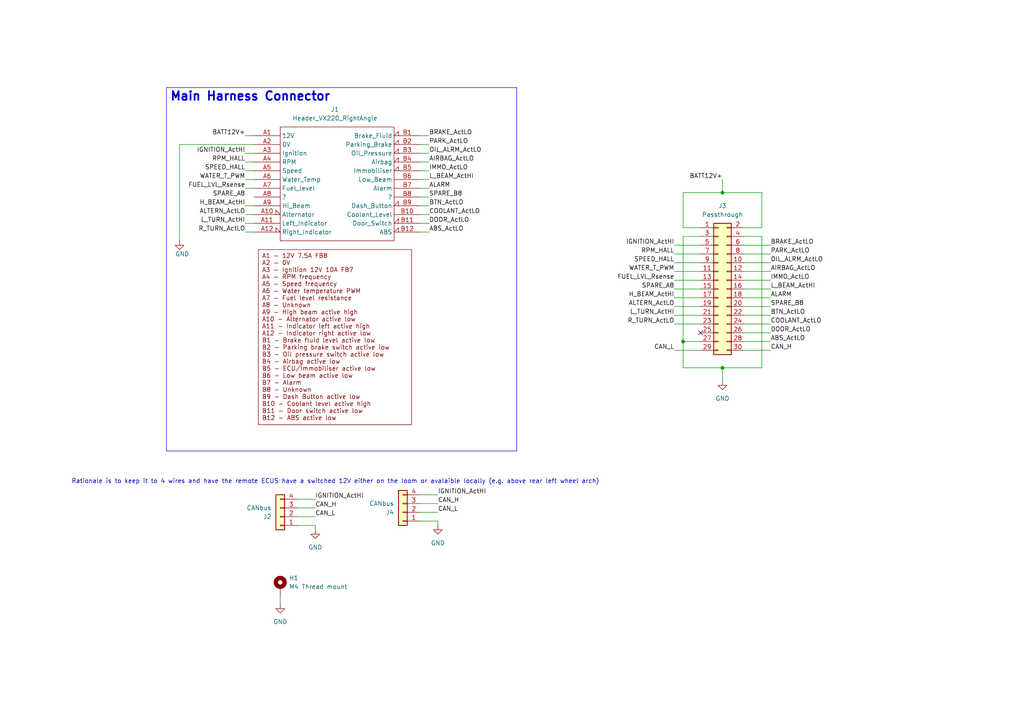
<source format=kicad_sch>
(kicad_sch (version 20250114) (generator "eeschema") (generator_version "9.0")
  (paper "A4")
  (title_block (title "VXDash Connectors") (date "2025-08-08") (rev "Proto A") (comment 1 "https://github.com/martinroger/VXDash"))
  (lib_symbols
    (symbol "Connector_Generic:Conn_01x04" (pin_names (offset 1.016) (hide yes))
      (property "Reference" "J" (at 0 5.08 0))
      (property "Value" "Conn_01x04" (at 0 -7.62 0))
      (symbol "Conn_01x04_1_1"
        (rectangle (start -1.27 3.81) (end 1.27 -6.35) (stroke (width 0.254)) (fill (type background)))
        (rectangle (start -1.27 2.667) (end 0 2.413) (stroke (width 0.1524)))
        (rectangle (start -1.27 0.127) (end 0 -0.127) (stroke (width 0.1524)))
        (rectangle (start -1.27 -2.413) (end 0 -2.667) (stroke (width 0.1524)))
        (rectangle (start -1.27 -4.953) (end 0 -5.207) (stroke (width 0.1524)))
        (pin passive line (at -5.08 2.54 0) (length 3.81) (name "Pin_1") (number "1"))
        (pin passive line (at -5.08 0 0) (length 3.81) (name "Pin_2") (number "2"))
        (pin passive line (at -5.08 -2.54 0) (length 3.81) (name "Pin_3") (number "3"))
        (pin passive line (at -5.08 -5.08 0) (length 3.81) (name "Pin_4") (number "4"))
      )
    )
    (symbol "Connector_Generic:Conn_02x15_Odd_Even" (pin_names (offset 1.016) (hide yes))
      (property "Reference" "J" (at 1.27 20.32 0))
      (property "Value" "Conn_02x15_Odd_Even" (at 1.27 -20.32 0))
      (symbol "Conn_02x15_Odd_Even_1_1"
        (rectangle (start -1.27 19.05) (end 3.81 -19.05) (stroke (width 0.254)) (fill (type background)))
        (rectangle (start -1.27 17.907) (end 0 17.653) (stroke (width 0.1524)))
        (rectangle (start -1.27 15.367) (end 0 15.113) (stroke (width 0.1524)))
        (rectangle (start -1.27 12.827) (end 0 12.573) (stroke (width 0.1524)))
        (rectangle (start -1.27 10.287) (end 0 10.033) (stroke (width 0.1524)))
        (rectangle (start -1.27 7.747) (end 0 7.493) (stroke (width 0.1524)))
        (rectangle (start -1.27 5.207) (end 0 4.953) (stroke (width 0.1524)))
        (rectangle (start -1.27 2.667) (end 0 2.413) (stroke (width 0.1524)))
        (rectangle (start -1.27 0.127) (end 0 -0.127) (stroke (width 0.1524)))
        (rectangle (start -1.27 -2.413) (end 0 -2.667) (stroke (width 0.1524)))
        (rectangle (start -1.27 -4.953) (end 0 -5.207) (stroke (width 0.1524)))
        (rectangle (start -1.27 -7.493) (end 0 -7.747) (stroke (width 0.1524)))
        (rectangle (start -1.27 -10.033) (end 0 -10.287) (stroke (width 0.1524)))
        (rectangle (start -1.27 -12.573) (end 0 -12.827) (stroke (width 0.1524)))
        (rectangle (start -1.27 -15.113) (end 0 -15.367) (stroke (width 0.1524)))
        (rectangle (start -1.27 -17.653) (end 0 -17.907) (stroke (width 0.1524)))
        (rectangle (start 3.81 17.907) (end 2.54 17.653) (stroke (width 0.1524)))
        (rectangle (start 3.81 15.367) (end 2.54 15.113) (stroke (width 0.1524)))
        (rectangle (start 3.81 12.827) (end 2.54 12.573) (stroke (width 0.1524)))
        (rectangle (start 3.81 10.287) (end 2.54 10.033) (stroke (width 0.1524)))
        (rectangle (start 3.81 7.747) (end 2.54 7.493) (stroke (width 0.1524)))
        (rectangle (start 3.81 5.207) (end 2.54 4.953) (stroke (width 0.1524)))
        (rectangle (start 3.81 2.667) (end 2.54 2.413) (stroke (width 0.1524)))
        (rectangle (start 3.81 0.127) (end 2.54 -0.127) (stroke (width 0.1524)))
        (rectangle (start 3.81 -2.413) (end 2.54 -2.667) (stroke (width 0.1524)))
        (rectangle (start 3.81 -4.953) (end 2.54 -5.207) (stroke (width 0.1524)))
        (rectangle (start 3.81 -7.493) (end 2.54 -7.747) (stroke (width 0.1524)))
        (rectangle (start 3.81 -10.033) (end 2.54 -10.287) (stroke (width 0.1524)))
        (rectangle (start 3.81 -12.573) (end 2.54 -12.827) (stroke (width 0.1524)))
        (rectangle (start 3.81 -15.113) (end 2.54 -15.367) (stroke (width 0.1524)))
        (rectangle (start 3.81 -17.653) (end 2.54 -17.907) (stroke (width 0.1524)))
        (pin passive line (at -5.08 17.78 0) (length 3.81) (name "Pin_1") (number "1"))
        (pin passive line (at -5.08 15.24 0) (length 3.81) (name "Pin_3") (number "3"))
        (pin passive line (at -5.08 12.7 0) (length 3.81) (name "Pin_5") (number "5"))
        (pin passive line (at -5.08 10.16 0) (length 3.81) (name "Pin_7") (number "7"))
        (pin passive line (at -5.08 7.62 0) (length 3.81) (name "Pin_9") (number "9"))
        (pin passive line (at -5.08 5.08 0) (length 3.81) (name "Pin_11") (number "11"))
        (pin passive line (at -5.08 2.54 0) (length 3.81) (name "Pin_13") (number "13"))
        (pin passive line (at -5.08 0 0) (length 3.81) (name "Pin_15") (number "15"))
        (pin passive line (at -5.08 -2.54 0) (length 3.81) (name "Pin_17") (number "17"))
        (pin passive line (at -5.08 -5.08 0) (length 3.81) (name "Pin_19") (number "19"))
        (pin passive line (at -5.08 -7.62 0) (length 3.81) (name "Pin_21") (number "21"))
        (pin passive line (at -5.08 -10.16 0) (length 3.81) (name "Pin_23") (number "23"))
        (pin passive line (at -5.08 -12.7 0) (length 3.81) (name "Pin_25") (number "25"))
        (pin passive line (at -5.08 -15.24 0) (length 3.81) (name "Pin_27") (number "27"))
        (pin passive line (at -5.08 -17.78 0) (length 3.81) (name "Pin_29") (number "29"))
        (pin passive line (at 7.62 17.78 180) (length 3.81) (name "Pin_2") (number "2"))
        (pin passive line (at 7.62 15.24 180) (length 3.81) (name "Pin_4") (number "4"))
        (pin passive line (at 7.62 12.7 180) (length 3.81) (name "Pin_6") (number "6"))
        (pin passive line (at 7.62 10.16 180) (length 3.81) (name "Pin_8") (number "8"))
        (pin passive line (at 7.62 7.62 180) (length 3.81) (name "Pin_10") (number "10"))
        (pin passive line (at 7.62 5.08 180) (length 3.81) (name "Pin_12") (number "12"))
        (pin passive line (at 7.62 2.54 180) (length 3.81) (name "Pin_14") (number "14"))
        (pin passive line (at 7.62 0 180) (length 3.81) (name "Pin_16") (number "16"))
        (pin passive line (at 7.62 -2.54 180) (length 3.81) (name "Pin_18") (number "18"))
        (pin passive line (at 7.62 -5.08 180) (length 3.81) (name "Pin_20") (number "20"))
        (pin passive line (at 7.62 -7.62 180) (length 3.81) (name "Pin_22") (number "22"))
        (pin passive line (at 7.62 -10.16 180) (length 3.81) (name "Pin_24") (number "24"))
        (pin passive line (at 7.62 -12.7 180) (length 3.81) (name "Pin_26") (number "26"))
        (pin passive line (at 7.62 -15.24 180) (length 3.81) (name "Pin_28") (number "28"))
        (pin passive line (at 7.62 -17.78 180) (length 3.81) (name "Pin_30") (number "30"))
      )
    )
    (symbol "Mechanical:MountingHole_Pad_MP" (pin_numbers (hide yes)) (pin_names (offset 1.016) (hide yes)) (in_bom no)
      (property "Reference" "H" (at 0 6.35 0))
      (property "Value" "MountingHole_Pad_MP" (at 0 4.445 0))
      (symbol "MountingHole_Pad_MP_0_1"
        (circle (center 0 1.27) (radius 1.27) (stroke (width 1.27)))
      )
      (symbol "MountingHole_Pad_MP_1_1"
        (pin input line (at 0 -2.54 90) (length 2.54) (name "MP") (number "MP"))
      )
    )
    (symbol "VXDash_connectors:Header_VX220_RightAngle"
      (property "Reference" "J" (at 0 3.81 0))
      (property "Value" "Header_VX220_RightAngle" (at 0 1.27 0))
      (symbol "Header_VX220_RightAngle_0_1"
        (rectangle (start -16.51 -1.27) (end 16.51 -34.29))
      )
      (symbol "Header_VX220_RightAngle_1_0"
        (pin power_in line (at -24.13 -6.35 0) (length 7.62) (name "0V") (number "A2"))
        (pin power_in line (at -24.13 -8.89 0) (length 7.62) (name "Ignition") (number "A3"))
        (pin input line (at -24.13 -11.43 0) (length 7.62) (name "RPM") (number "A4"))
        (pin input line (at -24.13 -13.97 0) (length 7.62) (name "Speed") (number "A5"))
        (pin input line (at -24.13 -16.51 0) (length 7.62) (name "Water_Temp") (number "A6"))
        (pin input line (at -24.13 -19.05 0) (length 7.62) (name "Fuel_level") (number "A7"))
        (pin unspecified line (at -24.13 -21.59 0) (length 7.62) (name "?") (number "A8"))
        (pin input line (at -24.13 -24.13 0) (length 7.62) (name "Hi_Beam") (number "A9"))
        (pin input input_low (at -24.13 -26.67 0) (length 7.62) (name "Alternator") (number "A10"))
        (pin input line (at -24.13 -29.21 0) (length 7.62) (name "Left_Indicator") (number "A11"))
        (pin input input_low (at -24.13 -31.75 0) (length 7.62) (name "Right_Indicator") (number "A12"))
        (pin input input_low (at 24.13 -3.81 180) (length 7.62) (name "Brake_Fluid") (number "B1"))
        (pin input input_low (at 24.13 -6.35 180) (length 7.62) (name "Parking_Brake") (number "B2"))
        (pin input input_low (at 24.13 -8.89 180) (length 7.62) (name "Oil_Pressure") (number "B3"))
        (pin input input_low (at 24.13 -11.43 180) (length 7.62) (name "Airbag") (number "B4"))
        (pin input input_low (at 24.13 -13.97 180) (length 7.62) (name "Immobiliser") (number "B5"))
        (pin power_in line (at 24.13 -16.51 180) (length 7.62) (name "Low_Beam") (number "B6"))
        (pin input line (at 24.13 -19.05 180) (length 7.62) (name "Alarm") (number "B7"))
        (pin unspecified line (at 24.13 -21.59 180) (length 7.62) (name "?") (number "B8"))
        (pin input input_low (at 24.13 -24.13 180) (length 7.62) (name "Dash_Button") (number "B9"))
        (pin input line (at 24.13 -26.67 180) (length 7.62) (name "Coolant_Level") (number "B10"))
        (pin input input_low (at 24.13 -29.21 180) (length 7.62) (name "Door_Switch") (number "B11"))
        (pin input input_low (at 24.13 -31.75 180) (length 7.62) (name "ABS") (number "B12"))
      )
      (symbol "Header_VX220_RightAngle_1_1"
        (text_box "A1 - 12V 7.5A FB8\nA2 - 0V\nA3 - Ignition 12V 10A FB7\nA4 - RPM frequency\nA5 - Speed frequency\nA6 - Water temperature PWM\nA7 - Fuel level resistance\nA8 - Unknown\nA9 - High beam active high\nA10 - Alternator active low\nA11 - Indicator left active high\nA12 - Indicator right active low\nB1 - Brake fluid level active low\nB2 - Parking brake switch active low\nB3 - Oil pressure switch active low\nB4 - Airbag active low\nB5 - ECU/Immobiliser active low\nB6 - Low beam active low\nB7 - Alarm\nB8 - Unknown\nB9 - Dash Button active low\nB10 - Coolant level active high\nB11 - Door switch active low\nB12 - ABS active low\n\n" (at -22.86 -36.83 0) (size 44.45 -50.8) (margins 1.016 1.016 1.016 1.016) (effects (font (size 1.27 1.27)) (justify left top)))
        (pin power_in line (at -24.13 -3.81 0) (length 7.62) (name "12V") (number "A1"))
      )
    )
    (symbol "power:GND" (power) (pin_numbers (hide yes)) (pin_names (offset 0) (hide yes))
      (property "Value" "GND" (at 0 -3.81 0))
      (symbol "GND_0_1"
        (polyline (pts (xy 0 0) (xy 0 -1.27) (xy 1.27 -1.27) (xy 0 -2.54) (xy -1.27 -1.27) (xy 0 -1.27)))
      )
      (symbol "GND_1_1"
        (pin power_in line (at 0 0 270) (length 0) (name "~") (number "1"))
      )
    )
  )
  (text "Rationale is to keep it to 4 wires and have the remote ECUS have a switched 12V either on the loom or avalaible locally (e.g. above rear left wheel arch)" (at 97.282 139.7 0) (effects (font (size 1.27 1.27))))
  (text_box "Main Harness Connector" (at 48.26 25.4 0) (size 101.6 105.41) (margins 0.9525 0.9525 0.9525 0.9525) (effects (font (size 2.5 2.5) (thickness 0.5) (bold yes)) (justify left top)))
  (junction (at 209.55 55.88))
  (junction (at 198.12 99.06))
  (junction (at 209.55 106.68))
  (no_connect (at 203.2 96.52))
  (wire (pts (xy 127 146.05) (xy 121.92 146.05)))
  (wire (pts (xy 71.12 67.31) (xy 73.66 67.31)))
  (wire (pts (xy 220.98 106.68) (xy 209.55 106.68)))
  (wire (pts (xy 91.44 152.4) (xy 91.44 153.67)))
  (wire (pts (xy 223.52 78.74) (xy 215.9 78.74)))
  (wire (pts (xy 195.58 73.66) (xy 203.2 73.66)))
  (wire (pts (xy 223.52 91.44) (xy 215.9 91.44)))
  (wire (pts (xy 223.52 86.36) (xy 215.9 86.36)))
  (wire (pts (xy 86.36 152.4) (xy 91.44 152.4)))
  (wire (pts (xy 124.46 39.37) (xy 121.92 39.37)))
  (wire (pts (xy 121.92 148.59) (xy 127 148.59)))
  (wire (pts (xy 52.07 69.85) (xy 52.07 41.91)))
  (wire (pts (xy 124.46 46.99) (xy 121.92 46.99)))
  (wire (pts (xy 121.92 151.13) (xy 127 151.13)))
  (wire (pts (xy 198.12 99.06) (xy 198.12 106.68)))
  (wire (pts (xy 121.92 57.15) (xy 124.46 57.15)))
  (wire (pts (xy 195.58 101.6) (xy 203.2 101.6)))
  (wire (pts (xy 124.46 62.23) (xy 121.92 62.23)))
  (wire (pts (xy 71.12 49.53) (xy 73.66 49.53)))
  (wire (pts (xy 52.07 41.91) (xy 73.66 41.91)))
  (wire (pts (xy 198.12 68.58) (xy 203.2 68.58)))
  (wire (pts (xy 127 151.13) (xy 127 152.4)))
  (wire (pts (xy 195.58 88.9) (xy 203.2 88.9)))
  (wire (pts (xy 195.58 76.2) (xy 203.2 76.2)))
  (wire (pts (xy 223.52 101.6) (xy 215.9 101.6)))
  (wire (pts (xy 215.9 68.58) (xy 220.98 68.58)))
  (wire (pts (xy 203.2 66.04) (xy 198.12 66.04)))
  (wire (pts (xy 223.52 83.82) (xy 215.9 83.82)))
  (wire (pts (xy 195.58 78.74) (xy 203.2 78.74)))
  (wire (pts (xy 124.46 49.53) (xy 121.92 49.53)))
  (wire (pts (xy 209.55 52.07) (xy 209.55 55.88)))
  (wire (pts (xy 121.92 54.61) (xy 124.46 54.61)))
  (wire (pts (xy 223.52 88.9) (xy 215.9 88.9)))
  (wire (pts (xy 121.92 143.51) (xy 127 143.51)))
  (wire (pts (xy 124.46 59.69) (xy 121.92 59.69)))
  (wire (pts (xy 220.98 55.88) (xy 220.98 66.04)))
  (wire (pts (xy 124.46 44.45) (xy 121.92 44.45)))
  (wire (pts (xy 81.28 172.72) (xy 81.28 175.26)))
  (wire (pts (xy 209.55 55.88) (xy 220.98 55.88)))
  (wire (pts (xy 71.12 59.69) (xy 73.66 59.69)))
  (wire (pts (xy 71.12 62.23) (xy 73.66 62.23)))
  (wire (pts (xy 209.55 106.68) (xy 198.12 106.68)))
  (wire (pts (xy 91.44 147.32) (xy 86.36 147.32)))
  (wire (pts (xy 121.92 67.31) (xy 124.46 67.31)))
  (wire (pts (xy 71.12 44.45) (xy 73.66 44.45)))
  (wire (pts (xy 198.12 99.06) (xy 203.2 99.06)))
  (wire (pts (xy 223.52 76.2) (xy 215.9 76.2)))
  (wire (pts (xy 71.12 64.77) (xy 73.66 64.77)))
  (wire (pts (xy 223.52 81.28) (xy 215.9 81.28)))
  (wire (pts (xy 195.58 86.36) (xy 203.2 86.36)))
  (wire (pts (xy 223.52 93.98) (xy 215.9 93.98)))
  (wire (pts (xy 220.98 66.04) (xy 215.9 66.04)))
  (wire (pts (xy 198.12 66.04) (xy 198.12 55.88)))
  (wire (pts (xy 124.46 64.77) (xy 121.92 64.77)))
  (wire (pts (xy 195.58 93.98) (xy 203.2 93.98)))
  (wire (pts (xy 223.52 71.12) (xy 215.9 71.12)))
  (wire (pts (xy 223.52 73.66) (xy 215.9 73.66)))
  (wire (pts (xy 86.36 144.78) (xy 91.44 144.78)))
  (wire (pts (xy 124.46 41.91) (xy 121.92 41.91)))
  (wire (pts (xy 209.55 106.68) (xy 209.55 110.49)))
  (wire (pts (xy 223.52 99.06) (xy 215.9 99.06)))
  (wire (pts (xy 195.58 81.28) (xy 203.2 81.28)))
  (wire (pts (xy 220.98 68.58) (xy 220.98 106.68)))
  (wire (pts (xy 195.58 71.12) (xy 203.2 71.12)))
  (wire (pts (xy 195.58 91.44) (xy 203.2 91.44)))
  (wire (pts (xy 198.12 55.88) (xy 209.55 55.88)))
  (wire (pts (xy 124.46 52.07) (xy 121.92 52.07)))
  (wire (pts (xy 71.12 54.61) (xy 73.66 54.61)))
  (wire (pts (xy 86.36 149.86) (xy 91.44 149.86)))
  (wire (pts (xy 198.12 68.58) (xy 198.12 99.06)))
  (wire (pts (xy 71.12 52.07) (xy 73.66 52.07)))
  (wire (pts (xy 195.58 83.82) (xy 203.2 83.82)))
  (wire (pts (xy 223.52 96.52) (xy 215.9 96.52)))
  (wire (pts (xy 71.12 39.37) (xy 73.66 39.37)))
  (wire (pts (xy 71.12 46.99) (xy 73.66 46.99)))
  (label "ALTERN_ActLO" (at 71.12 62.23 180))
  (label "ABS_ActLO" (at 223.52 99.06 0))
  (label "R_TURN_ActLO" (at 71.12 67.31 180))
  (label "CAN_L" (at 91.44 149.86 0))
  (label "L_TURN_ActHI" (at 71.12 64.77 180))
  (label "L_TURN_ActHI" (at 195.58 91.44 180))
  (label "FUEL_LVL_Rsense" (at 71.12 54.61 180))
  (label "SPARE_A8" (at 195.58 83.82 180))
  (label "COOLANT_ActLO" (at 223.52 93.98 0))
  (label "H_BEAM_ActHI" (at 71.12 59.69 180))
  (label "DOOR_ActLO" (at 124.46 64.77 0))
  (label "BRAKE_ActLO" (at 223.52 71.12 0))
  (label "BATT12V+" (at 209.55 52.07 180))
  (label "RPM_HALL" (at 71.12 46.99 180))
  (label "SPARE_B8" (at 223.52 88.9 0))
  (label "CAN_H" (at 127 146.05 0))
  (label "PARK_ActLO" (at 124.46 41.91 0))
  (label "L_BEAM_ActHI" (at 223.52 83.82 0))
  (label "CAN_L" (at 127 148.59 0))
  (label "IGNITION_ActHI" (at 71.12 44.45 180))
  (label "OIL_ALRM_ActLO" (at 124.46 44.45 0))
  (label "CAN_H" (at 91.44 147.32 0))
  (label "RPM_HALL" (at 195.58 73.66 180))
  (label "L_BEAM_ActHI" (at 124.46 52.07 0))
  (label "BRAKE_ActLO" (at 124.46 39.37 0))
  (label "ALARM" (at 223.52 86.36 0))
  (label "AIRBAG_ActLO" (at 223.52 78.74 0))
  (label "SPARE_B8" (at 124.46 57.15 0))
  (label "IGNITION_ActHI" (at 127 143.51 0))
  (label "SPEED_HALL" (at 195.58 76.2 180))
  (label "ALTERN_ActLO" (at 195.58 88.9 180))
  (label "IMMO_ActLO" (at 124.46 49.53 0))
  (label "BTN_ActLO" (at 223.52 91.44 0))
  (label "IGNITION_ActHI" (at 91.44 144.78 0))
  (label "AIRBAG_ActLO" (at 124.46 46.99 0))
  (label "ALARM" (at 124.46 54.61 0))
  (label "WATER_T_PWM" (at 195.58 78.74 180))
  (label "H_BEAM_ActHI" (at 195.58 86.36 180))
  (label "CAN_H" (at 223.52 101.6 0))
  (label "BTN_ActLO" (at 124.46 59.69 0))
  (label "IGNITION_ActHI" (at 195.58 71.12 180))
  (label "COOLANT_ActLO" (at 124.46 62.23 0))
  (label "SPEED_HALL" (at 71.12 49.53 180))
  (label "SPARE_A8" (at 71.12 57.15 180))
  (label "IMMO_ActLO" (at 223.52 81.28 0))
  (label "CAN_L" (at 195.58 101.6 180))
  (label "PARK_ActLO" (at 223.52 73.66 0))
  (label "DOOR_ActLO" (at 223.52 96.52 0))
  (label "FUEL_LVL_Rsense" (at 195.58 81.28 180))
  (label "WATER_T_PWM" (at 71.12 52.07 180))
  (label "ABS_ActLO" (at 124.46 67.31 0))
  (label "R_TURN_ActLO" (at 195.58 93.98 180))
  (label "BATT12V+" (at 71.12 39.37 180))
  (label "OIL_ALRM_ActLO" (at 223.52 76.2 0))
  (symbol (lib_id "power:GND") (at 52.07 69.85 0) (unit 1)
    (property "Reference" "#PWR054" (effects (hide yes)))
    (property "Value" "GND" (at 50.8 73.66 0) (effects (justify left)))
    (property "Description" "Power symbol creates a global label with name \"GND\" , ground" (effects (hide yes)))
  )
  (symbol (lib_id "VXDash_connectors:Header_VX220_RightAngle") (at 97.79 35.56 0) (unit 1)
    (property "Reference" "J1" (at 97.155 31.75 0))
    (property "Value" "Header_VX220_RightAngle" (at 97.155 34.29 0))
    (property "Footprint" "VXDash_connectors:Aptiv 12092886" (effects (hide yes)))
    (property "Datasheet" "https://www.aptiv.com/en/solutions/connection-systems/catalog/item?id=12092886_en" (effects (hide yes)))
    (property "Description" "Right angle version of the original VX220 cluster header" (effects (hide yes)))
    (property "MFT" "Aptiv" (effects (hide yes)))
    (property "MFT_PN" "12092886" (effects (hide yes)))
  )
  (symbol (lib_id "power:GND") (at 91.44 153.67 0) (unit 1)
    (property "Reference" "#PWR01" (effects (hide yes)))
    (property "Value" "GND" (at 91.44 158.75 0))
    (property "Description" "Power symbol creates a global label with name \"GND\" , ground" (effects (hide yes)))
  )
  (symbol (lib_id "Connector_Generic:Conn_02x15_Odd_Even") (at 208.28 83.82 0) (unit 1)
    (property "Reference" "J3" (at 209.55 59.69 0))
    (property "Value" "Passthrough" (at 209.55 62.23 0))
    (property "Footprint" "Connector_PinHeader_2.54mm:PinHeader_2x15_P2.54mm_Vertical" (effects (hide yes)))
    (property "Description" "Generic connector, double row, 02x15, odd/even pin numbering scheme (row 1 odd numbers, row 2 even numbers), script generated (kicad-library-utils/schlib/autogen/connector/)" (effects (hide yes)))
  )
  (symbol (lib_id "Mechanical:MountingHole_Pad_MP") (at 81.28 170.18 0) (unit 1) (in_bom no)
    (property "Reference" "H1" (at 83.82 167.6399 0) (effects (justify left)))
    (property "Value" "M4 Thread mount" (at 83.82 170.1799 0) (effects (justify left)))
    (property "Footprint" "VXDash_mech:KEYSTONE_7765" (effects (hide yes)))
    (property "Description" "Mounting Hole with connection as pad named MP" (effects (hide yes)))
  )
  (symbol (lib_id "Connector_Generic:Conn_01x04") (at 116.84 148.59 180) (unit 1)
    (property "Reference" "J4" (at 114.3 148.5901 0) (effects (justify left)))
    (property "Value" "CANbus" (at 114.3 146.0501 0) (effects (justify left)))
    (property "Footprint" "VXDash_connectors:TE_DTF13-4P" (effects (hide yes)))
    (property "Datasheet" "https://www.te.com/en/product-DTF13-4P.html" (effects (hide yes)))
    (property "MFT" "TE Deutsch" (effects (hide yes)))
    (property "MFT_PN" "DTF13-4P" (effects (hide yes)))
  )
  (symbol (lib_id "power:GND") (at 81.28 175.26 0) (unit 1)
    (property "Reference" "#PWR03" (effects (hide yes)))
    (property "Value" "GND" (at 81.28 180.34 0))
    (property "Description" "Power symbol creates a global label with name \"GND\" , ground" (effects (hide yes)))
  )
  (symbol (lib_id "power:GND") (at 209.55 110.49 0) (unit 1)
    (property "Reference" "#PWR02" (effects (hide yes)))
    (property "Value" "GND" (at 209.55 115.57 0))
    (property "Description" "Power symbol creates a global label with name \"GND\" , ground" (effects (hide yes)))
  )
  (symbol (lib_id "power:GND") (at 127 152.4 0) (unit 1)
    (property "Reference" "#PWR04" (effects (hide yes)))
    (property "Value" "GND" (at 127 157.48 0))
    (property "Description" "Power symbol creates a global label with name \"GND\" , ground" (effects (hide yes)))
  )
  (symbol (lib_id "Connector_Generic:Conn_01x04") (at 81.28 149.86 180) (unit 1) (on_board no)
    (property "Reference" "J2" (at 78.74 149.8601 0) (effects (justify left)))
    (property "Value" "CANbus" (at 78.74 147.3201 0) (effects (justify left)))
    (property "Footprint" "VXDash_connectors:DT13-4P_TE_Deutsch" (effects (hide yes)))
    (property "Datasheet" "https://www.te.com/en/product-DT13-4P.html" (effects (hide yes)))
    (property "MFT" "TE Deutsch" (effects (hide yes)))
    (property "MFT_PN" "DT13-4P" (effects (hide yes)))
  )
)
</source>
